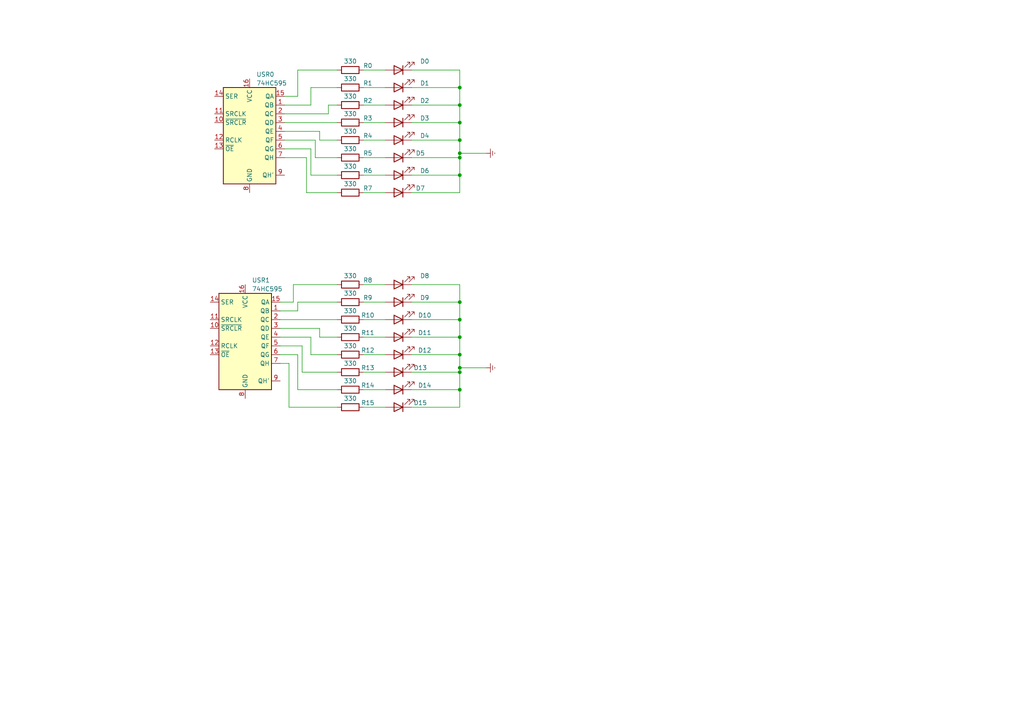
<source format=kicad_sch>
(kicad_sch (version 20230121) (generator eeschema)
  (paper "A4")
  (lib_symbols
    (symbol "74xx:74HC595"
      (property "Reference" "U" (at -7.62 13.97 0))
      (property "Value" "74HC595" (at -7.62 -16.51 0))
      (symbol "74HC595_1_0"
        (pin tri_state line (at 10.16 7.62 180) (length 2.54) (name "QB") (number "1"))
        (pin input line (at -10.16 2.54 0) (length 2.54) (name "~{SRCLR}") (number "10"))
        (pin input line (at -10.16 5.08 0) (length 2.54) (name "SRCLK") (number "11"))
        (pin input line (at -10.16 -2.54 0) (length 2.54) (name "RCLK") (number "12"))
        (pin input line (at -10.16 -5.08 0) (length 2.54) (name "~{OE}") (number "13"))
        (pin input line (at -10.16 10.16 0) (length 2.54) (name "SER") (number "14"))
        (pin tri_state line (at 10.16 10.16 180) (length 2.54) (name "QA") (number "15"))
        (pin power_in line (at 0 15.24 270) (length 2.54) (name "VCC") (number "16"))
        (pin tri_state line (at 10.16 5.08 180) (length 2.54) (name "QC") (number "2"))
        (pin tri_state line (at 10.16 2.54 180) (length 2.54) (name "QD") (number "3"))
        (pin tri_state line (at 10.16 0 180) (length 2.54) (name "QE") (number "4"))
        (pin tri_state line (at 10.16 -2.54 180) (length 2.54) (name "QF") (number "5"))
        (pin tri_state line (at 10.16 -5.08 180) (length 2.54) (name "QG") (number "6"))
        (pin tri_state line (at 10.16 -7.62 180) (length 2.54) (name "QH") (number "7"))
        (pin power_in line (at 0 -17.78 90) (length 2.54) (name "GND") (number "8"))
        (pin output line (at 10.16 -12.7 180) (length 2.54) (name "QH'") (number "9"))
      )
      (symbol "74HC595_1_1"
        (rectangle (start -7.62 12.7) (end 7.62 -15.24) (stroke (width 0.254)) (fill (type background)))
      )
    )
    (symbol "Device:LED" (pin_numbers hide) (pin_names (offset 1.016) hide)
      (property "Reference" "D" (at 0 2.54 0))
      (property "Value" "LED" (at 0 -2.54 0))
      (symbol "LED_0_1"
        (polyline (pts (xy -1.27 -1.27) (xy -1.27 1.27)) (stroke (width 0.254)))
        (polyline (pts (xy -1.27 0) (xy 1.27 0)))
        (polyline (pts (xy 1.27 -1.27) (xy 1.27 1.27) (xy -1.27 0) (xy 1.27 -1.27)) (stroke (width 0.254)))
        (polyline (pts (xy -3.048 -0.762) (xy -4.572 -2.286) (xy -3.81 -2.286) (xy -4.572 -2.286) (xy -4.572 -1.524)))
        (polyline (pts (xy -1.778 -0.762) (xy -3.302 -2.286) (xy -2.54 -2.286) (xy -3.302 -2.286) (xy -3.302 -1.524)))
      )
      (symbol "LED_1_1"
        (pin passive line (at -3.81 0 0) (length 2.54) (name "K") (number "1"))
        (pin passive line (at 3.81 0 180) (length 2.54) (name "A") (number "2"))
      )
    )
    (symbol "Device:R" (pin_numbers hide) (pin_names (offset 0))
      (property "Reference" "R" (at 2.032 0 90))
      (property "Value" "R" (at 0 0 90))
      (symbol "R_0_1"
        (rectangle (start -1.016 -2.54) (end 1.016 2.54) (stroke (width 0.254)))
      )
      (symbol "R_1_1"
        (pin passive line (at 0 3.81 270) (length 1.27) (name "~") (number "1"))
        (pin passive line (at 0 -3.81 90) (length 1.27) (name "~") (number "2"))
      )
    )
    (symbol "power:Earth" (power) (pin_names (offset 0))
      (symbol "Earth_0_1"
        (polyline (pts (xy -0.635 -1.905) (xy 0.635 -1.905)))
        (polyline (pts (xy -0.127 -2.54) (xy 0.127 -2.54)))
        (polyline (pts (xy 0 -1.27) (xy 0 0)))
        (polyline (pts (xy 1.27 -1.27) (xy -1.27 -1.27)))
      )
      (symbol "Earth_1_1"
        (pin power_in line (at 0 0 270) (length 0) hide (name "Earth") (number "1"))
      )
    )
  )
  (junction (at 133.35 107.95))
  (junction (at 133.35 113.03))
  (junction (at 133.35 40.64))
  (junction (at 133.35 97.79))
  (junction (at 133.35 30.48))
  (junction (at 133.35 44.45))
  (junction (at 133.35 25.4))
  (junction (at 133.35 87.63))
  (junction (at 133.35 102.87))
  (junction (at 133.35 45.72))
  (junction (at 133.35 50.8))
  (junction (at 133.35 106.68))
  (junction (at 133.35 35.56))
  (junction (at 133.35 92.71))
  (wire (pts (xy 82.55 40.64) (xy 91.44 40.64)))
  (wire (pts (xy 86.36 87.63) (xy 97.79 87.63)))
  (wire (pts (xy 119.38 102.87) (xy 133.35 102.87)))
  (wire (pts (xy 82.55 38.1) (xy 92.71 38.1)))
  (wire (pts (xy 90.17 43.18) (xy 90.17 50.8)))
  (wire (pts (xy 105.41 113.03) (xy 111.76 113.03)))
  (wire (pts (xy 82.55 43.18) (xy 90.17 43.18)))
  (wire (pts (xy 90.17 50.8) (xy 97.79 50.8)))
  (wire (pts (xy 88.9 55.88) (xy 97.79 55.88)))
  (wire (pts (xy 105.41 35.56) (xy 111.76 35.56)))
  (wire (pts (xy 119.38 45.72) (xy 133.35 45.72)))
  (wire (pts (xy 83.82 118.11) (xy 83.82 105.41)))
  (wire (pts (xy 133.35 87.63) (xy 133.35 92.71)))
  (wire (pts (xy 82.55 27.94) (xy 86.36 27.94)))
  (wire (pts (xy 105.41 40.64) (xy 111.76 40.64)))
  (wire (pts (xy 81.28 90.17) (xy 86.36 90.17)))
  (wire (pts (xy 81.28 105.41) (xy 83.82 105.41)))
  (wire (pts (xy 86.36 90.17) (xy 86.36 87.63)))
  (wire (pts (xy 87.63 100.33) (xy 81.28 100.33)))
  (wire (pts (xy 119.38 35.56) (xy 133.35 35.56)))
  (wire (pts (xy 92.71 95.25) (xy 81.28 95.25)))
  (wire (pts (xy 90.17 102.87) (xy 97.79 102.87)))
  (wire (pts (xy 105.41 25.4) (xy 111.76 25.4)))
  (wire (pts (xy 92.71 97.79) (xy 92.71 95.25)))
  (wire (pts (xy 133.35 20.32) (xy 133.35 25.4)))
  (wire (pts (xy 90.17 25.4) (xy 97.79 25.4)))
  (wire (pts (xy 133.35 113.03) (xy 133.35 118.11)))
  (wire (pts (xy 82.55 30.48) (xy 90.17 30.48)))
  (wire (pts (xy 97.79 107.95) (xy 87.63 107.95)))
  (wire (pts (xy 133.35 25.4) (xy 133.35 30.48)))
  (wire (pts (xy 86.36 20.32) (xy 97.79 20.32)))
  (wire (pts (xy 119.38 92.71) (xy 133.35 92.71)))
  (wire (pts (xy 97.79 97.79) (xy 92.71 97.79)))
  (wire (pts (xy 105.41 45.72) (xy 111.76 45.72)))
  (wire (pts (xy 81.28 92.71) (xy 97.79 92.71)))
  (wire (pts (xy 92.71 38.1) (xy 92.71 40.64)))
  (wire (pts (xy 133.35 44.45) (xy 140.97 44.45)))
  (wire (pts (xy 90.17 97.79) (xy 90.17 102.87)))
  (wire (pts (xy 119.38 87.63) (xy 133.35 87.63)))
  (wire (pts (xy 119.38 113.03) (xy 133.35 113.03)))
  (wire (pts (xy 133.35 106.68) (xy 140.97 106.68)))
  (wire (pts (xy 95.25 30.48) (xy 95.25 33.02)))
  (wire (pts (xy 105.41 102.87) (xy 111.76 102.87)))
  (wire (pts (xy 105.41 118.11) (xy 111.76 118.11)))
  (wire (pts (xy 105.41 97.79) (xy 111.76 97.79)))
  (wire (pts (xy 82.55 33.02) (xy 95.25 33.02)))
  (wire (pts (xy 119.38 40.64) (xy 133.35 40.64)))
  (wire (pts (xy 105.41 87.63) (xy 111.76 87.63)))
  (wire (pts (xy 133.35 35.56) (xy 133.35 40.64)))
  (wire (pts (xy 119.38 55.88) (xy 133.35 55.88)))
  (wire (pts (xy 133.35 40.64) (xy 133.35 44.45)))
  (wire (pts (xy 105.41 82.55) (xy 111.76 82.55)))
  (wire (pts (xy 119.38 50.8) (xy 133.35 50.8)))
  (wire (pts (xy 81.28 102.87) (xy 86.36 102.87)))
  (wire (pts (xy 119.38 25.4) (xy 133.35 25.4)))
  (wire (pts (xy 105.41 20.32) (xy 111.76 20.32)))
  (wire (pts (xy 82.55 45.72) (xy 88.9 45.72)))
  (wire (pts (xy 86.36 27.94) (xy 86.36 20.32)))
  (wire (pts (xy 133.35 97.79) (xy 133.35 102.87)))
  (wire (pts (xy 133.35 44.45) (xy 133.35 45.72)))
  (wire (pts (xy 91.44 40.64) (xy 91.44 45.72)))
  (wire (pts (xy 105.41 92.71) (xy 111.76 92.71)))
  (wire (pts (xy 133.35 82.55) (xy 133.35 87.63)))
  (wire (pts (xy 86.36 102.87) (xy 86.36 113.03)))
  (wire (pts (xy 105.41 50.8) (xy 111.76 50.8)))
  (wire (pts (xy 133.35 106.68) (xy 133.35 107.95)))
  (wire (pts (xy 82.55 35.56) (xy 97.79 35.56)))
  (wire (pts (xy 119.38 20.32) (xy 133.35 20.32)))
  (wire (pts (xy 105.41 107.95) (xy 111.76 107.95)))
  (wire (pts (xy 119.38 30.48) (xy 133.35 30.48)))
  (wire (pts (xy 86.36 113.03) (xy 97.79 113.03)))
  (wire (pts (xy 91.44 45.72) (xy 97.79 45.72)))
  (wire (pts (xy 133.35 30.48) (xy 133.35 35.56)))
  (wire (pts (xy 95.25 30.48) (xy 97.79 30.48)))
  (wire (pts (xy 85.09 87.63) (xy 85.09 82.55)))
  (wire (pts (xy 92.71 40.64) (xy 97.79 40.64)))
  (wire (pts (xy 105.41 55.88) (xy 111.76 55.88)))
  (wire (pts (xy 133.35 50.8) (xy 133.35 55.88)))
  (wire (pts (xy 105.41 30.48) (xy 111.76 30.48)))
  (wire (pts (xy 85.09 82.55) (xy 97.79 82.55)))
  (wire (pts (xy 88.9 45.72) (xy 88.9 55.88)))
  (wire (pts (xy 81.28 87.63) (xy 85.09 87.63)))
  (wire (pts (xy 133.35 102.87) (xy 133.35 106.68)))
  (wire (pts (xy 87.63 107.95) (xy 87.63 100.33)))
  (wire (pts (xy 119.38 82.55) (xy 133.35 82.55)))
  (wire (pts (xy 90.17 30.48) (xy 90.17 25.4)))
  (wire (pts (xy 81.28 97.79) (xy 90.17 97.79)))
  (wire (pts (xy 133.35 107.95) (xy 133.35 113.03)))
  (wire (pts (xy 97.79 118.11) (xy 83.82 118.11)))
  (wire (pts (xy 119.38 107.95) (xy 133.35 107.95)))
  (wire (pts (xy 119.38 97.79) (xy 133.35 97.79)))
  (wire (pts (xy 133.35 92.71) (xy 133.35 97.79)))
  (wire (pts (xy 133.35 45.72) (xy 133.35 50.8)))
  (wire (pts (xy 119.38 118.11) (xy 133.35 118.11)))
  (symbol (lib_id "Device:R") (at 101.6 87.63 90) (unit 1)
    (property "Reference" "R9" (at 106.68 86.36 90))
    (property "Value" "330" (at 101.6 85.09 90))
  )
  (symbol (lib_id "Device:LED") (at 115.57 30.48 180) (unit 1)
    (property "Reference" "D2" (at 123.19 29.21 0))
    (property "Value" "LED" (effects hide))
  )
  (symbol (lib_id "74xx:74HC595") (at 71.12 97.79 0) (unit 1)
    (property "Reference" "USR1" (at 73.0759 81.28 0) (effects (justify left)))
    (property "Value" "74HC595" (at 73.0759 83.82 0) (effects (justify left)))
    (property "Datasheet" "http://www.ti.com/lit/ds/symlink/sn74hc595.pdf" (effects hide))
  )
  (symbol (lib_id "Device:LED") (at 115.57 113.03 180) (unit 1)
    (property "Reference" "D14" (at 123.19 111.76 0))
    (property "Value" "LED" (effects hide))
  )
  (symbol (lib_id "Device:R") (at 101.6 55.88 90) (unit 1)
    (property "Reference" "R7" (at 106.68 54.61 90))
    (property "Value" "330" (at 101.6 53.34 90))
  )
  (symbol (lib_id "Device:R") (at 101.6 113.03 90) (unit 1)
    (property "Reference" "R14" (at 106.68 111.76 90))
    (property "Value" "330" (at 101.6 110.49 90))
  )
  (symbol (lib_id "Device:LED") (at 115.57 87.63 180) (unit 1)
    (property "Reference" "D9" (at 123.19 86.36 0))
    (property "Value" "LED" (effects hide))
  )
  (symbol (lib_id "Device:LED") (at 115.57 107.95 180) (unit 1)
    (property "Reference" "D13" (at 121.92 106.68 0))
    (property "Value" "LED" (effects hide))
  )
  (symbol (lib_id "Device:R") (at 101.6 40.64 90) (unit 1)
    (property "Reference" "R4" (at 106.68 39.37 90))
    (property "Value" "330" (at 101.6 38.1 90))
  )
  (symbol (lib_id "Device:R") (at 101.6 50.8 90) (unit 1)
    (property "Reference" "R6" (at 106.68 49.53 90))
    (property "Value" "330" (at 101.6 48.26 90))
  )
  (symbol (lib_id "Device:R") (at 101.6 102.87 90) (unit 1)
    (property "Reference" "R12" (at 106.68 101.6 90))
    (property "Value" "330" (at 101.6 100.33 90))
  )
  (symbol (lib_id "Device:LED") (at 115.57 40.64 180) (unit 1)
    (property "Reference" "D4" (at 123.19 39.37 0))
    (property "Value" "LED" (effects hide))
  )
  (symbol (lib_id "Device:R") (at 101.6 97.79 90) (unit 1)
    (property "Reference" "R11" (at 106.68 96.52 90))
    (property "Value" "330" (at 101.6 95.25 90))
  )
  (symbol (lib_id "74xx:74HC595") (at 72.39 38.1 0) (unit 1)
    (property "Reference" "USR0" (at 74.3459 21.59 0) (effects (justify left)))
    (property "Value" "74HC595" (at 74.3459 24.13 0) (effects (justify left)))
    (property "Datasheet" "http://www.ti.com/lit/ds/symlink/sn74hc595.pdf" (effects hide))
  )
  (symbol (lib_id "Device:R") (at 101.6 118.11 90) (unit 1)
    (property "Reference" "R15" (at 106.68 116.84 90))
    (property "Value" "330" (at 101.6 115.57 90))
  )
  (symbol (lib_id "Device:R") (at 101.6 30.48 90) (unit 1)
    (property "Reference" "R2" (at 106.68 29.21 90))
    (property "Value" "330" (at 101.6 27.94 90))
  )
  (symbol (lib_id "Device:LED") (at 115.57 50.8 180) (unit 1)
    (property "Reference" "D6" (at 123.19 49.53 0))
    (property "Value" "LED" (effects hide))
  )
  (symbol (lib_id "power:Earth") (at 140.97 44.45 90) (unit 1)
    (property "Reference" "#PWR02" (effects hide))
    (property "Value" "Earth" (effects hide))
  )
  (symbol (lib_id "Device:LED") (at 115.57 25.4 180) (unit 1)
    (property "Reference" "D1" (at 123.19 24.13 0))
    (property "Value" "LED" (effects hide))
  )
  (symbol (lib_id "Device:LED") (at 115.57 82.55 180) (unit 1)
    (property "Reference" "D8" (at 123.19 80.01 0))
    (property "Value" "LED" (effects hide))
  )
  (symbol (lib_id "Device:R") (at 101.6 35.56 90) (unit 1)
    (property "Reference" "R3" (at 106.68 34.29 90))
    (property "Value" "330" (at 101.6 33.02 90))
  )
  (symbol (lib_id "Device:LED") (at 115.57 20.32 180) (unit 1)
    (property "Reference" "D0" (at 123.19 17.78 0))
    (property "Value" "LED" (effects hide))
  )
  (symbol (lib_id "Device:LED") (at 115.57 55.88 180) (unit 1)
    (property "Reference" "D7" (at 121.92 54.61 0))
    (property "Value" "LED" (effects hide))
  )
  (symbol (lib_id "Device:R") (at 101.6 20.32 90) (unit 1)
    (property "Reference" "R0" (at 106.68 19.05 90))
    (property "Value" "330" (at 101.6 17.78 90))
  )
  (symbol (lib_id "Device:R") (at 101.6 107.95 90) (unit 1)
    (property "Reference" "R13" (at 106.68 106.68 90))
    (property "Value" "330" (at 101.6 105.41 90))
  )
  (symbol (lib_id "power:Earth") (at 140.97 106.68 90) (unit 1)
    (property "Reference" "#PWR04" (effects hide))
    (property "Value" "Earth" (effects hide))
  )
  (symbol (lib_id "Device:LED") (at 115.57 97.79 180) (unit 1)
    (property "Reference" "D11" (at 123.19 96.52 0))
    (property "Value" "LED" (effects hide))
  )
  (symbol (lib_id "Device:R") (at 101.6 25.4 90) (unit 1)
    (property "Reference" "R1" (at 106.68 24.13 90))
    (property "Value" "330" (at 101.6 22.86 90))
  )
  (symbol (lib_id "Device:LED") (at 115.57 92.71 180) (unit 1)
    (property "Reference" "D10" (at 123.19 91.44 0))
    (property "Value" "LED" (effects hide))
  )
  (symbol (lib_id "Device:R") (at 101.6 92.71 90) (unit 1)
    (property "Reference" "R10" (at 106.68 91.44 90))
    (property "Value" "330" (at 101.6 90.17 90))
  )
  (symbol (lib_id "Device:LED") (at 115.57 118.11 180) (unit 1)
    (property "Reference" "D15" (at 121.92 116.84 0))
    (property "Value" "LED" (effects hide))
  )
  (symbol (lib_id "Device:LED") (at 115.57 102.87 180) (unit 1)
    (property "Reference" "D12" (at 123.19 101.6 0))
    (property "Value" "LED" (effects hide))
  )
  (symbol (lib_id "Device:R") (at 101.6 82.55 90) (unit 1)
    (property "Reference" "R8" (at 106.68 81.28 90))
    (property "Value" "330" (at 101.6 80.01 90))
  )
  (symbol (lib_id "Device:LED") (at 115.57 45.72 180) (unit 1)
    (property "Reference" "D5" (at 121.92 44.45 0))
    (property "Value" "LED" (effects hide))
  )
  (symbol (lib_id "Device:R") (at 101.6 45.72 90) (unit 1)
    (property "Reference" "R5" (at 106.68 44.45 90))
    (property "Value" "330" (at 101.6 43.18 90))
  )
  (symbol (lib_id "Device:LED") (at 115.57 35.56 180) (unit 1)
    (property "Reference" "D3" (at 123.19 34.29 0))
    (property "Value" "LED" (effects hide))
  )
)
</source>
